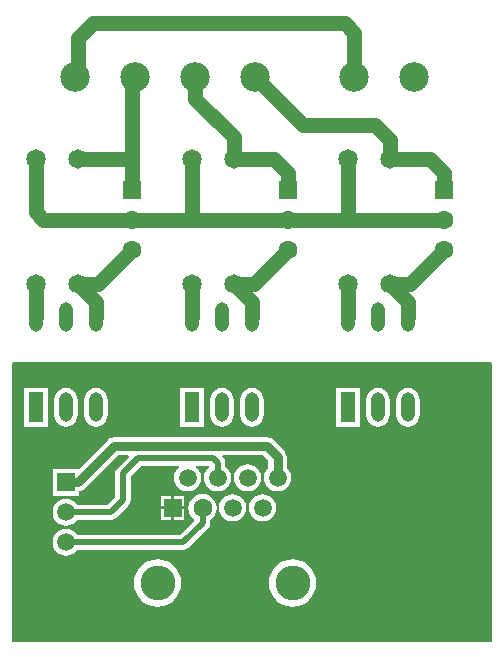
<source format=gbr>
%FSDAX24Y24*%
%MOIN*%
%SFA1B1*%

%IPPOS*%
%ADD13C,0.020000*%
%ADD14C,0.050000*%
%ADD15R,0.059100X0.059100*%
%ADD16C,0.059100*%
%ADD17R,0.047200X0.098400*%
%ADD18O,0.047200X0.098400*%
%ADD19C,0.065000*%
%ADD20C,0.098400*%
%ADD21R,0.063000X0.063000*%
%ADD22C,0.063000*%
%ADD23C,0.059100*%
%ADD24R,0.059100X0.059100*%
%ADD25C,0.063000*%
%ADD26C,0.116100*%
%ADD27C,0.030000*%
%ADD30C,0.010000*%
%ADD50C,0.005000*%
%ADD51C,0.040000*%
%ADD52C,0.080000*%
%ADD53C,0.160000*%
%ADD54C,0.320000*%
%LNde-130418_copper_signal_bot-1*%
%LPD*%
G54D50*
X015975Y000025D02*
X000025D01*
Y009275*
X015975*
Y000025*
G54D30*
X015925Y000075D02*
X000075D01*
Y009225*
X015925*
Y000075*
G54D13*
X015825Y000174D02*
X000174Y000175D01*
X000175Y009125*
X015825*
Y000174*
G54D51*
X015625Y000374D02*
X000374D01*
Y008924*
X015625Y008925*
Y000374*
G54D52*
X015225Y000774D02*
X000774Y000774D01*
X000774Y008524*
X015225*
Y000774*
G54D53*
X014425Y001574D02*
X001574D01*
Y007724*
X014425*
Y001574*
G54D54*
X012825Y003174D02*
X003174D01*
X003174Y006124*
X012825*
Y003174*
%LNde-130418_copper_signal_bot-2*%
%LPC*%
G36*
X011586Y008442D02*
X010814D01*
Y007158*
X011586*
Y008442*
G37*
G36*
X006386D02*
X005614D01*
Y007158*
X006386*
Y008442*
G37*
G36*
X001186D02*
X000414D01*
Y007158*
X001186*
Y008442*
G37*
G36*
X013200Y008445D02*
X013099Y008432D01*
X013005Y008393*
X012925Y008331*
X012863Y008251*
X012824Y008157*
X012810Y008056*
Y007544*
X012824Y007443*
X012863Y007349*
X012925Y007269*
X013005Y007207*
X013099Y007168*
X013200Y007155*
X013301Y007168*
X013395Y007207*
X013475Y007269*
X013537Y007349*
X013576Y007443*
X013590Y007544*
Y008056*
X013576Y008157*
X013537Y008251*
X013475Y008331*
X013395Y008393*
X013301Y008432*
X013200Y008445*
G37*
G36*
X012200D02*
X012099Y008432D01*
X012005Y008393*
X011925Y008331*
X011863Y008251*
X011824Y008157*
X011810Y008056*
Y007544*
X011824Y007443*
X011863Y007349*
X011925Y007269*
X012005Y007207*
X012099Y007168*
X012200Y007155*
X012301Y007168*
X012395Y007207*
X012475Y007269*
X012537Y007349*
X012576Y007443*
X012590Y007544*
Y008056*
X012576Y008157*
X012537Y008251*
X012475Y008331*
X012395Y008393*
X012301Y008432*
X012200Y008445*
G37*
G36*
X008000D02*
X007899Y008432D01*
X007805Y008393*
X007725Y008331*
X007663Y008251*
X007624Y008157*
X007610Y008056*
Y007544*
X007624Y007443*
X007663Y007349*
X007725Y007269*
X007805Y007207*
X007899Y007168*
X008000Y007155*
X008101Y007168*
X008195Y007207*
X008275Y007269*
X008337Y007349*
X008376Y007443*
X008390Y007544*
Y008056*
X008376Y008157*
X008337Y008251*
X008275Y008331*
X008195Y008393*
X008101Y008432*
X008000Y008445*
G37*
G36*
X007000D02*
X006899Y008432D01*
X006805Y008393*
X006725Y008331*
X006663Y008251*
X006624Y008157*
X006610Y008056*
Y007544*
X006624Y007443*
X006663Y007349*
X006725Y007269*
X006805Y007207*
X006899Y007168*
X007000Y007155*
X007101Y007168*
X007195Y007207*
X007275Y007269*
X007337Y007349*
X007376Y007443*
X007390Y007544*
Y008056*
X007376Y008157*
X007337Y008251*
X007275Y008331*
X007195Y008393*
X007101Y008432*
X007000Y008445*
G37*
G36*
X002800D02*
X002699Y008432D01*
X002605Y008393*
X002525Y008331*
X002463Y008251*
X002424Y008157*
X002410Y008056*
Y007544*
X002424Y007443*
X002463Y007349*
X002525Y007269*
X002605Y007207*
X002699Y007168*
X002800Y007155*
X002901Y007168*
X002995Y007207*
X003075Y007269*
X003137Y007349*
X003176Y007443*
X003190Y007544*
Y008056*
X003176Y008157*
X003137Y008251*
X003075Y008331*
X002995Y008393*
X002901Y008432*
X002800Y008445*
G37*
G36*
X001800D02*
X001699Y008432D01*
X001605Y008393*
X001525Y008331*
X001463Y008251*
X001424Y008157*
X001410Y008056*
Y007544*
X001424Y007443*
X001463Y007349*
X001525Y007269*
X001605Y007207*
X001699Y007168*
X001800Y007155*
X001901Y007168*
X001995Y007207*
X002075Y007269*
X002137Y007349*
X002176Y007443*
X002190Y007544*
Y008056*
X002176Y008157*
X002137Y008251*
X002075Y008331*
X001995Y008393*
X001901Y008432*
X001800Y008445*
G37*
G36*
X008500Y006803D02*
X003400D01*
X003322Y006792*
X003249Y006762*
X003186Y006714*
X002217Y005745*
X001355*
Y004855*
X002245*
Y005003*
X002278Y005008*
X002351Y005038*
X002414Y005086*
X003525Y006197*
X003872*
X003891Y006151*
X003520Y005780*
X003465Y005698*
X003445Y005600*
Y004806*
X003194Y004555*
X002166*
X002118Y004618*
X002025Y004689*
X001916Y004734*
X001800Y004749*
X001684Y004734*
X001575Y004689*
X001482Y004618*
X001411Y004525*
X001366Y004416*
X001351Y004300*
X001366Y004184*
X001411Y004075*
X001482Y003982*
X001575Y003911*
X001684Y003866*
X001800Y003851*
X001916Y003866*
X002025Y003911*
X002118Y003982*
X002166Y004045*
X003300*
X003398Y004065*
X003480Y004120*
X003880Y004520*
X003936Y004602*
X003955Y004700*
Y005494*
X004306Y005845*
X005552*
X005569Y005795*
X005532Y005767*
X005461Y005674*
X005416Y005566*
X005401Y005450*
X005416Y005333*
X005461Y005225*
X005532Y005132*
X005625Y005061*
X005734Y005016*
X005850Y005000*
X005966Y005016*
X006075Y005061*
X006168Y005132*
X006239Y005225*
X006284Y005333*
X006299Y005450*
X006284Y005566*
X006239Y005674*
X006168Y005767*
X006131Y005795*
X006148Y005845*
X006552*
X006569Y005795*
X006532Y005767*
X006461Y005674*
X006416Y005566*
X006401Y005450*
X006416Y005333*
X006461Y005225*
X006532Y005132*
X006625Y005061*
X006734Y005016*
X006850Y005000*
X006966Y005016*
X007075Y005061*
X007168Y005132*
X007239Y005225*
X007284Y005333*
X007299Y005450*
X007284Y005566*
X007239Y005674*
X007168Y005767*
X007105Y005815*
Y005950*
X007085Y006048*
X007030Y006130*
X007009Y006151*
X007028Y006197*
X008375*
X008547Y006025*
Y005779*
X008532Y005767*
X008461Y005674*
X008416Y005566*
X008401Y005450*
X008416Y005333*
X008461Y005225*
X008532Y005132*
X008625Y005061*
X008734Y005016*
X008850Y005000*
X008966Y005016*
X009075Y005061*
X009168Y005132*
X009239Y005225*
X009284Y005333*
X009299Y005450*
X009284Y005566*
X009239Y005674*
X009168Y005767*
X009153Y005779*
Y006150*
X009142Y006228*
X009112Y006301*
X009064Y006364*
X008714Y006714*
X008651Y006762*
X008578Y006792*
X008500Y006803*
G37*
G36*
X007850Y005899D02*
X007734Y005883D01*
X007625Y005839*
X007532Y005767*
X007461Y005674*
X007416Y005566*
X007401Y005450*
X007416Y005333*
X007461Y005225*
X007532Y005132*
X007625Y005061*
X007734Y005016*
X007850Y005000*
X007966Y005016*
X008075Y005061*
X008168Y005132*
X008239Y005225*
X008284Y005333*
X008299Y005450*
X008284Y005566*
X008239Y005674*
X008168Y005767*
X008075Y005839*
X007966Y005883*
X007850Y005899*
G37*
G36*
X005745Y004845D02*
X005400D01*
Y004500*
X005745*
Y004845*
G37*
G36*
X005300D02*
X004955D01*
Y004500*
X005300*
Y004845*
G37*
G36*
X005745Y004400D02*
X005400D01*
Y004054*
X005745*
Y004400*
G37*
G36*
X005300D02*
X004955D01*
Y004054*
X005300*
Y004400*
G37*
G36*
X008350Y004899D02*
X008234Y004883D01*
X008125Y004839*
X008032Y004767*
X007961Y004674*
X007916Y004566*
X007901Y004450*
X007916Y004333*
X007961Y004225*
X008032Y004132*
X008125Y004061*
X008234Y004016*
X008350Y004000*
X008466Y004016*
X008575Y004061*
X008668Y004132*
X008739Y004225*
X008784Y004333*
X008799Y004450*
X008784Y004566*
X008739Y004674*
X008668Y004767*
X008575Y004839*
X008466Y004883*
X008350Y004899*
G37*
G36*
X007350D02*
X007234Y004883D01*
X007125Y004839*
X007032Y004767*
X006961Y004674*
X006916Y004566*
X006901Y004450*
X006916Y004333*
X006961Y004225*
X007032Y004132*
X007125Y004061*
X007234Y004016*
X007350Y004000*
X007466Y004016*
X007575Y004061*
X007668Y004132*
X007739Y004225*
X007784Y004333*
X007799Y004450*
X007784Y004566*
X007739Y004674*
X007668Y004767*
X007575Y004839*
X007466Y004883*
X007350Y004899*
G37*
G36*
X006350Y004919D02*
X006229Y004903D01*
X006116Y004856*
X006018Y004781*
X005944Y004684*
X005897Y004571*
X005881Y004450*
X005897Y004328*
X005944Y004215*
X006018Y004118*
X006057Y004088*
X006061Y004022*
X005594Y003555*
X002166*
X002118Y003618*
X002025Y003689*
X001916Y003734*
X001800Y003749*
X001684Y003734*
X001575Y003689*
X001482Y003618*
X001411Y003525*
X001366Y003416*
X001351Y003300*
X001366Y003184*
X001411Y003075*
X001482Y002982*
X001575Y002911*
X001684Y002866*
X001800Y002851*
X001916Y002866*
X002025Y002911*
X002118Y002982*
X002166Y003045*
X005700*
X005798Y003065*
X005880Y003120*
X006530Y003770*
X006585Y003852*
X006605Y003950*
Y004059*
X006682Y004118*
X006756Y004215*
X006803Y004328*
X006819Y004450*
X006803Y004571*
X006756Y004684*
X006682Y004781*
X006584Y004856*
X006471Y004903*
X006350Y004919*
G37*
G36*
X009350Y002743D02*
X009195Y002728D01*
X009046Y002683*
X008909Y002609*
X008789Y002511*
X008690Y002391*
X008617Y002253*
X008572Y002104*
X008556Y001950*
X008572Y001795*
X008617Y001646*
X008690Y001509*
X008789Y001388*
X008909Y001290*
X009046Y001216*
X009195Y001171*
X009350Y001156*
X009505Y001171*
X009654Y001216*
X009791Y001290*
X009911Y001388*
X010010Y001509*
X010083Y001646*
X010128Y001795*
X010144Y001950*
X010128Y002104*
X010083Y002253*
X010010Y002391*
X009911Y002511*
X009791Y002609*
X009654Y002683*
X009505Y002728*
X009350Y002743*
G37*
G36*
X004850D02*
X004695Y002728D01*
X004546Y002683*
X004409Y002609*
X004289Y002511*
X004190Y002391*
X004117Y002253*
X004072Y002104*
X004056Y001950*
X004072Y001795*
X004117Y001646*
X004190Y001509*
X004289Y001388*
X004409Y001290*
X004546Y001216*
X004695Y001171*
X004850Y001156*
X005005Y001171*
X005154Y001216*
X005291Y001290*
X005411Y001388*
X005510Y001509*
X005583Y001646*
X005628Y001795*
X005644Y001950*
X005628Y002104*
X005583Y002253*
X005510Y002391*
X005411Y002511*
X005291Y002609*
X005154Y002683*
X005005Y002728*
X004850Y002743*
G37*
%LNde-130418_copper_signal_bot-3*%
%LPD*%
G54D13*
X006700Y006100D02*
X006850Y005950D01*
X004200Y006100D02*
X006700D01*
X003700Y005600D02*
X004200Y006100D01*
X003700Y004700D02*
Y005600D01*
X003300Y004300D02*
X003700Y004700D01*
X001800Y004300D02*
X003300D01*
X001800Y003300D02*
X005700D01*
X006350Y003950*
Y004450*
X006850Y005450D02*
Y005950D01*
G54D14*
X006116Y018084D02*
X007400Y016800D01*
X006116Y018084D02*
Y018800D01*
X007400Y016077D02*
Y016800D01*
X008084Y018800D02*
X009684Y017200D01*
X012100*
X007400Y011923D02*
X008064D01*
X009200Y013060*
X002200Y011923D02*
X002864D01*
X004000Y013060*
X002800Y010800D02*
Y011323D01*
X012600Y011923D02*
X013264D01*
X014400Y013060*
X013200Y010800D02*
Y011323D01*
X012600Y011923D02*
X013200Y011323D01*
X011200Y010800D02*
Y011923D01*
X006000Y010800D02*
Y011923D01*
X008000Y010800D02*
Y011323D01*
X007400Y011923D02*
X008000Y011323D01*
X000800Y010800D02*
Y011923D01*
X002200D02*
X002800Y011323D01*
X001040Y014060D02*
X004000D01*
X000800Y014300D02*
X001040Y014060D01*
X000800Y014300D02*
Y016077D01*
X006000Y014060D02*
X009200D01*
X004000D02*
X006000D01*
Y016077*
X009200Y014060D02*
X014400D01*
X011200Y014160D02*
Y016077D01*
X004000Y016000D02*
Y018616D01*
Y015060D02*
Y016000D01*
X003923Y016077D02*
X004000Y016000D01*
X002200Y016077D02*
X003923D01*
X009200Y015060D02*
Y015600D01*
X008723Y016077D02*
X009200Y015600D01*
X007400Y016077D02*
X008723D01*
X014400Y015060D02*
Y015600D01*
X013923Y016077D02*
X014400Y015600D01*
X012600Y016077D02*
X013923D01*
X012600D02*
Y016700D01*
X012100Y017200D02*
X012600Y016700D01*
X004000Y018616D02*
X004184Y018800D01*
X011416D02*
Y020284D01*
X011100Y020600D02*
X011416Y020284D01*
X002700Y020600D02*
X011100D01*
X002216Y020116D02*
X002700Y020600D01*
X002216Y018800D02*
Y020116D01*
G54D15*
X001800Y005300D03*
G54D16*
X001800Y004300D03*
Y003300D03*
G54D17*
X006000Y007800D03*
X000800D03*
X011200D03*
G54D18*
X007000Y007800D03*
X008000D03*
X006000Y010800D03*
X007000D03*
X008000D03*
X001800Y007800D03*
X002800D03*
X000800Y010800D03*
X001800D03*
X002800D03*
X012200Y007800D03*
X013200D03*
X011200Y010800D03*
X012200D03*
X013200D03*
G54D19*
X012600Y011923D03*
Y016077D03*
X011200Y011923D03*
Y016077D03*
X002200Y011923D03*
Y016077D03*
X000800Y011923D03*
Y016077D03*
X006000Y011923D03*
Y016077D03*
X007400Y011923D03*
Y016077D03*
G54D20*
X011416Y018800D03*
X013384D03*
X006116D03*
X008084D03*
X002116D03*
X004084D03*
G54D21*
X014400Y015060D03*
X009200D03*
X004000D03*
G54D22*
X014400Y014060D03*
Y013060D03*
X009200Y014060D03*
Y013060D03*
X004000Y014060D03*
Y013060D03*
G54D23*
X008850Y005450D03*
X005850D03*
X008350Y004450D03*
X007850Y005450D03*
X006850D03*
X007350Y004450D03*
G54D24*
X005350Y004450D03*
G54D25*
X006350Y004450D03*
G54D26*
X004850Y001950D03*
X009350D03*
G54D27*
X008500Y006500D02*
X008850Y006150D01*
X003400Y006500D02*
X008500D01*
X002200Y005300D02*
X003400Y006500D01*
X008850Y005450D02*
Y006150D01*
X001800Y005300D02*
X002200D01*
M02*
</source>
